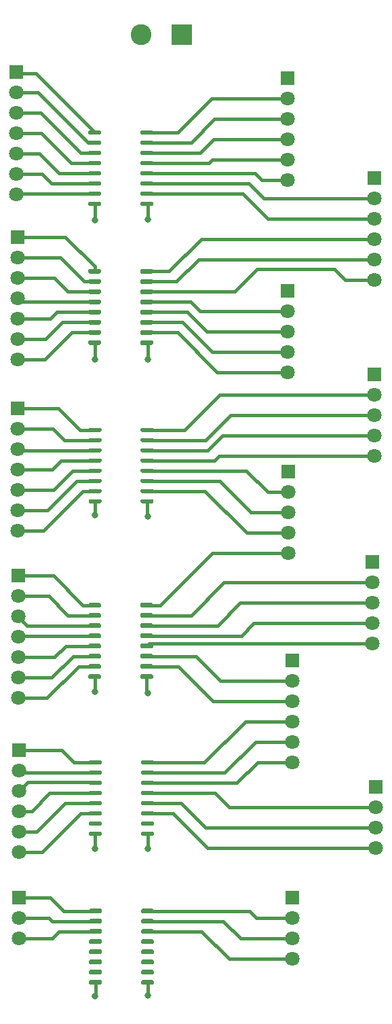
<source format=gtl>
%TF.GenerationSoftware,KiCad,Pcbnew,(5.1.10-1-10_14)*%
%TF.CreationDate,2022-05-17T16:12:05+03:00*%
%TF.ProjectId,Logic_signal_amplifier,4c6f6769-635f-4736-9967-6e616c5f616d,rev?*%
%TF.SameCoordinates,Original*%
%TF.FileFunction,Copper,L1,Top*%
%TF.FilePolarity,Positive*%
%FSLAX46Y46*%
G04 Gerber Fmt 4.6, Leading zero omitted, Abs format (unit mm)*
G04 Created by KiCad (PCBNEW (5.1.10-1-10_14)) date 2022-05-17 16:12:05*
%MOMM*%
%LPD*%
G01*
G04 APERTURE LIST*
%TA.AperFunction,ComponentPad*%
%ADD10C,1.800000*%
%TD*%
%TA.AperFunction,ComponentPad*%
%ADD11R,1.800000X1.800000*%
%TD*%
%TA.AperFunction,ComponentPad*%
%ADD12C,2.600000*%
%TD*%
%TA.AperFunction,ComponentPad*%
%ADD13R,2.600000X2.600000*%
%TD*%
%TA.AperFunction,ViaPad*%
%ADD14C,0.800000*%
%TD*%
%TA.AperFunction,Conductor*%
%ADD15C,0.400000*%
%TD*%
G04 APERTURE END LIST*
%TO.P,U6,16*%
%TO.N,dac_relay*%
%TA.AperFunction,SMDPad,CuDef*%
G36*
G01*
X114450000Y-147792500D02*
X114450000Y-147517500D01*
G75*
G02*
X114587500Y-147380000I137500J0D01*
G01*
X115912500Y-147380000D01*
G75*
G02*
X116050000Y-147517500I0J-137500D01*
G01*
X116050000Y-147792500D01*
G75*
G02*
X115912500Y-147930000I-137500J0D01*
G01*
X114587500Y-147930000D01*
G75*
G02*
X114450000Y-147792500I0J137500D01*
G01*
G37*
%TD.AperFunction*%
%TO.P,U6,15*%
%TO.N,set_positive*%
%TA.AperFunction,SMDPad,CuDef*%
G36*
G01*
X114450000Y-149062500D02*
X114450000Y-148787500D01*
G75*
G02*
X114587500Y-148650000I137500J0D01*
G01*
X115912500Y-148650000D01*
G75*
G02*
X116050000Y-148787500I0J-137500D01*
G01*
X116050000Y-149062500D01*
G75*
G02*
X115912500Y-149200000I-137500J0D01*
G01*
X114587500Y-149200000D01*
G75*
G02*
X114450000Y-149062500I0J137500D01*
G01*
G37*
%TD.AperFunction*%
%TO.P,U6,14*%
%TO.N,set_negativ*%
%TA.AperFunction,SMDPad,CuDef*%
G36*
G01*
X114450000Y-150332500D02*
X114450000Y-150057500D01*
G75*
G02*
X114587500Y-149920000I137500J0D01*
G01*
X115912500Y-149920000D01*
G75*
G02*
X116050000Y-150057500I0J-137500D01*
G01*
X116050000Y-150332500D01*
G75*
G02*
X115912500Y-150470000I-137500J0D01*
G01*
X114587500Y-150470000D01*
G75*
G02*
X114450000Y-150332500I0J137500D01*
G01*
G37*
%TD.AperFunction*%
%TO.P,U6,13*%
%TO.N,N/C*%
%TA.AperFunction,SMDPad,CuDef*%
G36*
G01*
X114450000Y-151602500D02*
X114450000Y-151327500D01*
G75*
G02*
X114587500Y-151190000I137500J0D01*
G01*
X115912500Y-151190000D01*
G75*
G02*
X116050000Y-151327500I0J-137500D01*
G01*
X116050000Y-151602500D01*
G75*
G02*
X115912500Y-151740000I-137500J0D01*
G01*
X114587500Y-151740000D01*
G75*
G02*
X114450000Y-151602500I0J137500D01*
G01*
G37*
%TD.AperFunction*%
%TO.P,U6,12*%
%TA.AperFunction,SMDPad,CuDef*%
G36*
G01*
X114450000Y-152872500D02*
X114450000Y-152597500D01*
G75*
G02*
X114587500Y-152460000I137500J0D01*
G01*
X115912500Y-152460000D01*
G75*
G02*
X116050000Y-152597500I0J-137500D01*
G01*
X116050000Y-152872500D01*
G75*
G02*
X115912500Y-153010000I-137500J0D01*
G01*
X114587500Y-153010000D01*
G75*
G02*
X114450000Y-152872500I0J137500D01*
G01*
G37*
%TD.AperFunction*%
%TO.P,U6,11*%
%TA.AperFunction,SMDPad,CuDef*%
G36*
G01*
X114450000Y-154142500D02*
X114450000Y-153867500D01*
G75*
G02*
X114587500Y-153730000I137500J0D01*
G01*
X115912500Y-153730000D01*
G75*
G02*
X116050000Y-153867500I0J-137500D01*
G01*
X116050000Y-154142500D01*
G75*
G02*
X115912500Y-154280000I-137500J0D01*
G01*
X114587500Y-154280000D01*
G75*
G02*
X114450000Y-154142500I0J137500D01*
G01*
G37*
%TD.AperFunction*%
%TO.P,U6,10*%
%TA.AperFunction,SMDPad,CuDef*%
G36*
G01*
X114450000Y-155412500D02*
X114450000Y-155137500D01*
G75*
G02*
X114587500Y-155000000I137500J0D01*
G01*
X115912500Y-155000000D01*
G75*
G02*
X116050000Y-155137500I0J-137500D01*
G01*
X116050000Y-155412500D01*
G75*
G02*
X115912500Y-155550000I-137500J0D01*
G01*
X114587500Y-155550000D01*
G75*
G02*
X114450000Y-155412500I0J137500D01*
G01*
G37*
%TD.AperFunction*%
%TO.P,U6,9*%
%TO.N,+5V*%
%TA.AperFunction,SMDPad,CuDef*%
G36*
G01*
X114450000Y-156682500D02*
X114450000Y-156407500D01*
G75*
G02*
X114587500Y-156270000I137500J0D01*
G01*
X115912500Y-156270000D01*
G75*
G02*
X116050000Y-156407500I0J-137500D01*
G01*
X116050000Y-156682500D01*
G75*
G02*
X115912500Y-156820000I-137500J0D01*
G01*
X114587500Y-156820000D01*
G75*
G02*
X114450000Y-156682500I0J137500D01*
G01*
G37*
%TD.AperFunction*%
%TO.P,U6,8*%
%TO.N,GND*%
%TA.AperFunction,SMDPad,CuDef*%
G36*
G01*
X107950000Y-156682500D02*
X107950000Y-156407500D01*
G75*
G02*
X108087500Y-156270000I137500J0D01*
G01*
X109412500Y-156270000D01*
G75*
G02*
X109550000Y-156407500I0J-137500D01*
G01*
X109550000Y-156682500D01*
G75*
G02*
X109412500Y-156820000I-137500J0D01*
G01*
X108087500Y-156820000D01*
G75*
G02*
X107950000Y-156682500I0J137500D01*
G01*
G37*
%TD.AperFunction*%
%TO.P,U6,7*%
%TO.N,N/C*%
%TA.AperFunction,SMDPad,CuDef*%
G36*
G01*
X107950000Y-155412500D02*
X107950000Y-155137500D01*
G75*
G02*
X108087500Y-155000000I137500J0D01*
G01*
X109412500Y-155000000D01*
G75*
G02*
X109550000Y-155137500I0J-137500D01*
G01*
X109550000Y-155412500D01*
G75*
G02*
X109412500Y-155550000I-137500J0D01*
G01*
X108087500Y-155550000D01*
G75*
G02*
X107950000Y-155412500I0J137500D01*
G01*
G37*
%TD.AperFunction*%
%TO.P,U6,6*%
%TA.AperFunction,SMDPad,CuDef*%
G36*
G01*
X107950000Y-154142500D02*
X107950000Y-153867500D01*
G75*
G02*
X108087500Y-153730000I137500J0D01*
G01*
X109412500Y-153730000D01*
G75*
G02*
X109550000Y-153867500I0J-137500D01*
G01*
X109550000Y-154142500D01*
G75*
G02*
X109412500Y-154280000I-137500J0D01*
G01*
X108087500Y-154280000D01*
G75*
G02*
X107950000Y-154142500I0J137500D01*
G01*
G37*
%TD.AperFunction*%
%TO.P,U6,5*%
%TA.AperFunction,SMDPad,CuDef*%
G36*
G01*
X107950000Y-152872500D02*
X107950000Y-152597500D01*
G75*
G02*
X108087500Y-152460000I137500J0D01*
G01*
X109412500Y-152460000D01*
G75*
G02*
X109550000Y-152597500I0J-137500D01*
G01*
X109550000Y-152872500D01*
G75*
G02*
X109412500Y-153010000I-137500J0D01*
G01*
X108087500Y-153010000D01*
G75*
G02*
X107950000Y-152872500I0J137500D01*
G01*
G37*
%TD.AperFunction*%
%TO.P,U6,4*%
%TA.AperFunction,SMDPad,CuDef*%
G36*
G01*
X107950000Y-151602500D02*
X107950000Y-151327500D01*
G75*
G02*
X108087500Y-151190000I137500J0D01*
G01*
X109412500Y-151190000D01*
G75*
G02*
X109550000Y-151327500I0J-137500D01*
G01*
X109550000Y-151602500D01*
G75*
G02*
X109412500Y-151740000I-137500J0D01*
G01*
X108087500Y-151740000D01*
G75*
G02*
X107950000Y-151602500I0J137500D01*
G01*
G37*
%TD.AperFunction*%
%TO.P,U6,3*%
%TO.N,Net-(J6-Pad3)*%
%TA.AperFunction,SMDPad,CuDef*%
G36*
G01*
X107950000Y-150332500D02*
X107950000Y-150057500D01*
G75*
G02*
X108087500Y-149920000I137500J0D01*
G01*
X109412500Y-149920000D01*
G75*
G02*
X109550000Y-150057500I0J-137500D01*
G01*
X109550000Y-150332500D01*
G75*
G02*
X109412500Y-150470000I-137500J0D01*
G01*
X108087500Y-150470000D01*
G75*
G02*
X107950000Y-150332500I0J137500D01*
G01*
G37*
%TD.AperFunction*%
%TO.P,U6,2*%
%TO.N,Net-(J6-Pad2)*%
%TA.AperFunction,SMDPad,CuDef*%
G36*
G01*
X107950000Y-149062500D02*
X107950000Y-148787500D01*
G75*
G02*
X108087500Y-148650000I137500J0D01*
G01*
X109412500Y-148650000D01*
G75*
G02*
X109550000Y-148787500I0J-137500D01*
G01*
X109550000Y-149062500D01*
G75*
G02*
X109412500Y-149200000I-137500J0D01*
G01*
X108087500Y-149200000D01*
G75*
G02*
X107950000Y-149062500I0J137500D01*
G01*
G37*
%TD.AperFunction*%
%TO.P,U6,1*%
%TO.N,Net-(J6-Pad1)*%
%TA.AperFunction,SMDPad,CuDef*%
G36*
G01*
X107950000Y-147792500D02*
X107950000Y-147517500D01*
G75*
G02*
X108087500Y-147380000I137500J0D01*
G01*
X109412500Y-147380000D01*
G75*
G02*
X109550000Y-147517500I0J-137500D01*
G01*
X109550000Y-147792500D01*
G75*
G02*
X109412500Y-147930000I-137500J0D01*
G01*
X108087500Y-147930000D01*
G75*
G02*
X107950000Y-147792500I0J137500D01*
G01*
G37*
%TD.AperFunction*%
%TD*%
D10*
%TO.P,J16,4*%
%TO.N,set_negativ*%
X133300000Y-153620000D03*
%TO.P,J16,2*%
%TO.N,dac_relay*%
X133300000Y-148540000D03*
D11*
%TO.P,J16,1*%
%TO.N,+5V*%
X133300000Y-146000000D03*
D10*
%TO.P,J16,3*%
%TO.N,set_positive*%
X133300000Y-151080000D03*
%TD*%
%TO.P,J6,2*%
%TO.N,Net-(J6-Pad2)*%
X99200000Y-148540000D03*
%TO.P,J6,3*%
%TO.N,Net-(J6-Pad3)*%
X99200000Y-151080000D03*
D11*
%TO.P,J6,1*%
%TO.N,Net-(J6-Pad1)*%
X99200000Y-146000000D03*
%TD*%
%TO.P,U5,16*%
%TO.N,7_br3*%
%TA.AperFunction,SMDPad,CuDef*%
G36*
G01*
X114450000Y-129292500D02*
X114450000Y-129017500D01*
G75*
G02*
X114587500Y-128880000I137500J0D01*
G01*
X115912500Y-128880000D01*
G75*
G02*
X116050000Y-129017500I0J-137500D01*
G01*
X116050000Y-129292500D01*
G75*
G02*
X115912500Y-129430000I-137500J0D01*
G01*
X114587500Y-129430000D01*
G75*
G02*
X114450000Y-129292500I0J137500D01*
G01*
G37*
%TD.AperFunction*%
%TO.P,U5,15*%
%TO.N,7_br4*%
%TA.AperFunction,SMDPad,CuDef*%
G36*
G01*
X114450000Y-130562500D02*
X114450000Y-130287500D01*
G75*
G02*
X114587500Y-130150000I137500J0D01*
G01*
X115912500Y-130150000D01*
G75*
G02*
X116050000Y-130287500I0J-137500D01*
G01*
X116050000Y-130562500D01*
G75*
G02*
X115912500Y-130700000I-137500J0D01*
G01*
X114587500Y-130700000D01*
G75*
G02*
X114450000Y-130562500I0J137500D01*
G01*
G37*
%TD.AperFunction*%
%TO.P,U5,14*%
%TO.N,7_br5*%
%TA.AperFunction,SMDPad,CuDef*%
G36*
G01*
X114450000Y-131832500D02*
X114450000Y-131557500D01*
G75*
G02*
X114587500Y-131420000I137500J0D01*
G01*
X115912500Y-131420000D01*
G75*
G02*
X116050000Y-131557500I0J-137500D01*
G01*
X116050000Y-131832500D01*
G75*
G02*
X115912500Y-131970000I-137500J0D01*
G01*
X114587500Y-131970000D01*
G75*
G02*
X114450000Y-131832500I0J137500D01*
G01*
G37*
%TD.AperFunction*%
%TO.P,U5,13*%
%TO.N,8_cbvm1*%
%TA.AperFunction,SMDPad,CuDef*%
G36*
G01*
X114450000Y-133102500D02*
X114450000Y-132827500D01*
G75*
G02*
X114587500Y-132690000I137500J0D01*
G01*
X115912500Y-132690000D01*
G75*
G02*
X116050000Y-132827500I0J-137500D01*
G01*
X116050000Y-133102500D01*
G75*
G02*
X115912500Y-133240000I-137500J0D01*
G01*
X114587500Y-133240000D01*
G75*
G02*
X114450000Y-133102500I0J137500D01*
G01*
G37*
%TD.AperFunction*%
%TO.P,U5,12*%
%TO.N,8_cbvm2*%
%TA.AperFunction,SMDPad,CuDef*%
G36*
G01*
X114450000Y-134372500D02*
X114450000Y-134097500D01*
G75*
G02*
X114587500Y-133960000I137500J0D01*
G01*
X115912500Y-133960000D01*
G75*
G02*
X116050000Y-134097500I0J-137500D01*
G01*
X116050000Y-134372500D01*
G75*
G02*
X115912500Y-134510000I-137500J0D01*
G01*
X114587500Y-134510000D01*
G75*
G02*
X114450000Y-134372500I0J137500D01*
G01*
G37*
%TD.AperFunction*%
%TO.P,U5,11*%
%TO.N,8_cbvm3*%
%TA.AperFunction,SMDPad,CuDef*%
G36*
G01*
X114450000Y-135642500D02*
X114450000Y-135367500D01*
G75*
G02*
X114587500Y-135230000I137500J0D01*
G01*
X115912500Y-135230000D01*
G75*
G02*
X116050000Y-135367500I0J-137500D01*
G01*
X116050000Y-135642500D01*
G75*
G02*
X115912500Y-135780000I-137500J0D01*
G01*
X114587500Y-135780000D01*
G75*
G02*
X114450000Y-135642500I0J137500D01*
G01*
G37*
%TD.AperFunction*%
%TO.P,U5,10*%
%TO.N,N/C*%
%TA.AperFunction,SMDPad,CuDef*%
G36*
G01*
X114450000Y-136912500D02*
X114450000Y-136637500D01*
G75*
G02*
X114587500Y-136500000I137500J0D01*
G01*
X115912500Y-136500000D01*
G75*
G02*
X116050000Y-136637500I0J-137500D01*
G01*
X116050000Y-136912500D01*
G75*
G02*
X115912500Y-137050000I-137500J0D01*
G01*
X114587500Y-137050000D01*
G75*
G02*
X114450000Y-136912500I0J137500D01*
G01*
G37*
%TD.AperFunction*%
%TO.P,U5,9*%
%TO.N,+5V*%
%TA.AperFunction,SMDPad,CuDef*%
G36*
G01*
X114450000Y-138182500D02*
X114450000Y-137907500D01*
G75*
G02*
X114587500Y-137770000I137500J0D01*
G01*
X115912500Y-137770000D01*
G75*
G02*
X116050000Y-137907500I0J-137500D01*
G01*
X116050000Y-138182500D01*
G75*
G02*
X115912500Y-138320000I-137500J0D01*
G01*
X114587500Y-138320000D01*
G75*
G02*
X114450000Y-138182500I0J137500D01*
G01*
G37*
%TD.AperFunction*%
%TO.P,U5,8*%
%TO.N,GND*%
%TA.AperFunction,SMDPad,CuDef*%
G36*
G01*
X107950000Y-138182500D02*
X107950000Y-137907500D01*
G75*
G02*
X108087500Y-137770000I137500J0D01*
G01*
X109412500Y-137770000D01*
G75*
G02*
X109550000Y-137907500I0J-137500D01*
G01*
X109550000Y-138182500D01*
G75*
G02*
X109412500Y-138320000I-137500J0D01*
G01*
X108087500Y-138320000D01*
G75*
G02*
X107950000Y-138182500I0J137500D01*
G01*
G37*
%TD.AperFunction*%
%TO.P,U5,7*%
%TO.N,N/C*%
%TA.AperFunction,SMDPad,CuDef*%
G36*
G01*
X107950000Y-136912500D02*
X107950000Y-136637500D01*
G75*
G02*
X108087500Y-136500000I137500J0D01*
G01*
X109412500Y-136500000D01*
G75*
G02*
X109550000Y-136637500I0J-137500D01*
G01*
X109550000Y-136912500D01*
G75*
G02*
X109412500Y-137050000I-137500J0D01*
G01*
X108087500Y-137050000D01*
G75*
G02*
X107950000Y-136912500I0J137500D01*
G01*
G37*
%TD.AperFunction*%
%TO.P,U5,6*%
%TO.N,Net-(J5-Pad6)*%
%TA.AperFunction,SMDPad,CuDef*%
G36*
G01*
X107950000Y-135642500D02*
X107950000Y-135367500D01*
G75*
G02*
X108087500Y-135230000I137500J0D01*
G01*
X109412500Y-135230000D01*
G75*
G02*
X109550000Y-135367500I0J-137500D01*
G01*
X109550000Y-135642500D01*
G75*
G02*
X109412500Y-135780000I-137500J0D01*
G01*
X108087500Y-135780000D01*
G75*
G02*
X107950000Y-135642500I0J137500D01*
G01*
G37*
%TD.AperFunction*%
%TO.P,U5,5*%
%TO.N,Net-(J5-Pad5)*%
%TA.AperFunction,SMDPad,CuDef*%
G36*
G01*
X107950000Y-134372500D02*
X107950000Y-134097500D01*
G75*
G02*
X108087500Y-133960000I137500J0D01*
G01*
X109412500Y-133960000D01*
G75*
G02*
X109550000Y-134097500I0J-137500D01*
G01*
X109550000Y-134372500D01*
G75*
G02*
X109412500Y-134510000I-137500J0D01*
G01*
X108087500Y-134510000D01*
G75*
G02*
X107950000Y-134372500I0J137500D01*
G01*
G37*
%TD.AperFunction*%
%TO.P,U5,4*%
%TO.N,Net-(J5-Pad4)*%
%TA.AperFunction,SMDPad,CuDef*%
G36*
G01*
X107950000Y-133102500D02*
X107950000Y-132827500D01*
G75*
G02*
X108087500Y-132690000I137500J0D01*
G01*
X109412500Y-132690000D01*
G75*
G02*
X109550000Y-132827500I0J-137500D01*
G01*
X109550000Y-133102500D01*
G75*
G02*
X109412500Y-133240000I-137500J0D01*
G01*
X108087500Y-133240000D01*
G75*
G02*
X107950000Y-133102500I0J137500D01*
G01*
G37*
%TD.AperFunction*%
%TO.P,U5,3*%
%TO.N,Net-(J5-Pad3)*%
%TA.AperFunction,SMDPad,CuDef*%
G36*
G01*
X107950000Y-131832500D02*
X107950000Y-131557500D01*
G75*
G02*
X108087500Y-131420000I137500J0D01*
G01*
X109412500Y-131420000D01*
G75*
G02*
X109550000Y-131557500I0J-137500D01*
G01*
X109550000Y-131832500D01*
G75*
G02*
X109412500Y-131970000I-137500J0D01*
G01*
X108087500Y-131970000D01*
G75*
G02*
X107950000Y-131832500I0J137500D01*
G01*
G37*
%TD.AperFunction*%
%TO.P,U5,2*%
%TO.N,Net-(J5-Pad2)*%
%TA.AperFunction,SMDPad,CuDef*%
G36*
G01*
X107950000Y-130562500D02*
X107950000Y-130287500D01*
G75*
G02*
X108087500Y-130150000I137500J0D01*
G01*
X109412500Y-130150000D01*
G75*
G02*
X109550000Y-130287500I0J-137500D01*
G01*
X109550000Y-130562500D01*
G75*
G02*
X109412500Y-130700000I-137500J0D01*
G01*
X108087500Y-130700000D01*
G75*
G02*
X107950000Y-130562500I0J137500D01*
G01*
G37*
%TD.AperFunction*%
%TO.P,U5,1*%
%TO.N,Net-(J5-Pad1)*%
%TA.AperFunction,SMDPad,CuDef*%
G36*
G01*
X107950000Y-129292500D02*
X107950000Y-129017500D01*
G75*
G02*
X108087500Y-128880000I137500J0D01*
G01*
X109412500Y-128880000D01*
G75*
G02*
X109550000Y-129017500I0J-137500D01*
G01*
X109550000Y-129292500D01*
G75*
G02*
X109412500Y-129430000I-137500J0D01*
G01*
X108087500Y-129430000D01*
G75*
G02*
X107950000Y-129292500I0J137500D01*
G01*
G37*
%TD.AperFunction*%
%TD*%
%TO.P,U4,16*%
%TO.N,5_bcm4*%
%TA.AperFunction,SMDPad,CuDef*%
G36*
G01*
X114350000Y-109692500D02*
X114350000Y-109417500D01*
G75*
G02*
X114487500Y-109280000I137500J0D01*
G01*
X115812500Y-109280000D01*
G75*
G02*
X115950000Y-109417500I0J-137500D01*
G01*
X115950000Y-109692500D01*
G75*
G02*
X115812500Y-109830000I-137500J0D01*
G01*
X114487500Y-109830000D01*
G75*
G02*
X114350000Y-109692500I0J137500D01*
G01*
G37*
%TD.AperFunction*%
%TO.P,U4,15*%
%TO.N,6_bvs1*%
%TA.AperFunction,SMDPad,CuDef*%
G36*
G01*
X114350000Y-110962500D02*
X114350000Y-110687500D01*
G75*
G02*
X114487500Y-110550000I137500J0D01*
G01*
X115812500Y-110550000D01*
G75*
G02*
X115950000Y-110687500I0J-137500D01*
G01*
X115950000Y-110962500D01*
G75*
G02*
X115812500Y-111100000I-137500J0D01*
G01*
X114487500Y-111100000D01*
G75*
G02*
X114350000Y-110962500I0J137500D01*
G01*
G37*
%TD.AperFunction*%
%TO.P,U4,14*%
%TO.N,6_bvs2*%
%TA.AperFunction,SMDPad,CuDef*%
G36*
G01*
X114350000Y-112232500D02*
X114350000Y-111957500D01*
G75*
G02*
X114487500Y-111820000I137500J0D01*
G01*
X115812500Y-111820000D01*
G75*
G02*
X115950000Y-111957500I0J-137500D01*
G01*
X115950000Y-112232500D01*
G75*
G02*
X115812500Y-112370000I-137500J0D01*
G01*
X114487500Y-112370000D01*
G75*
G02*
X114350000Y-112232500I0J137500D01*
G01*
G37*
%TD.AperFunction*%
%TO.P,U4,13*%
%TO.N,6_bvs3*%
%TA.AperFunction,SMDPad,CuDef*%
G36*
G01*
X114350000Y-113502500D02*
X114350000Y-113227500D01*
G75*
G02*
X114487500Y-113090000I137500J0D01*
G01*
X115812500Y-113090000D01*
G75*
G02*
X115950000Y-113227500I0J-137500D01*
G01*
X115950000Y-113502500D01*
G75*
G02*
X115812500Y-113640000I-137500J0D01*
G01*
X114487500Y-113640000D01*
G75*
G02*
X114350000Y-113502500I0J137500D01*
G01*
G37*
%TD.AperFunction*%
%TO.P,U4,12*%
%TO.N,6_bvs4*%
%TA.AperFunction,SMDPad,CuDef*%
G36*
G01*
X114350000Y-114772500D02*
X114350000Y-114497500D01*
G75*
G02*
X114487500Y-114360000I137500J0D01*
G01*
X115812500Y-114360000D01*
G75*
G02*
X115950000Y-114497500I0J-137500D01*
G01*
X115950000Y-114772500D01*
G75*
G02*
X115812500Y-114910000I-137500J0D01*
G01*
X114487500Y-114910000D01*
G75*
G02*
X114350000Y-114772500I0J137500D01*
G01*
G37*
%TD.AperFunction*%
%TO.P,U4,11*%
%TO.N,7_br1*%
%TA.AperFunction,SMDPad,CuDef*%
G36*
G01*
X114350000Y-116042500D02*
X114350000Y-115767500D01*
G75*
G02*
X114487500Y-115630000I137500J0D01*
G01*
X115812500Y-115630000D01*
G75*
G02*
X115950000Y-115767500I0J-137500D01*
G01*
X115950000Y-116042500D01*
G75*
G02*
X115812500Y-116180000I-137500J0D01*
G01*
X114487500Y-116180000D01*
G75*
G02*
X114350000Y-116042500I0J137500D01*
G01*
G37*
%TD.AperFunction*%
%TO.P,U4,10*%
%TO.N,7_br2*%
%TA.AperFunction,SMDPad,CuDef*%
G36*
G01*
X114350000Y-117312500D02*
X114350000Y-117037500D01*
G75*
G02*
X114487500Y-116900000I137500J0D01*
G01*
X115812500Y-116900000D01*
G75*
G02*
X115950000Y-117037500I0J-137500D01*
G01*
X115950000Y-117312500D01*
G75*
G02*
X115812500Y-117450000I-137500J0D01*
G01*
X114487500Y-117450000D01*
G75*
G02*
X114350000Y-117312500I0J137500D01*
G01*
G37*
%TD.AperFunction*%
%TO.P,U4,9*%
%TO.N,+5V*%
%TA.AperFunction,SMDPad,CuDef*%
G36*
G01*
X114350000Y-118582500D02*
X114350000Y-118307500D01*
G75*
G02*
X114487500Y-118170000I137500J0D01*
G01*
X115812500Y-118170000D01*
G75*
G02*
X115950000Y-118307500I0J-137500D01*
G01*
X115950000Y-118582500D01*
G75*
G02*
X115812500Y-118720000I-137500J0D01*
G01*
X114487500Y-118720000D01*
G75*
G02*
X114350000Y-118582500I0J137500D01*
G01*
G37*
%TD.AperFunction*%
%TO.P,U4,8*%
%TO.N,GND*%
%TA.AperFunction,SMDPad,CuDef*%
G36*
G01*
X107850000Y-118582500D02*
X107850000Y-118307500D01*
G75*
G02*
X107987500Y-118170000I137500J0D01*
G01*
X109312500Y-118170000D01*
G75*
G02*
X109450000Y-118307500I0J-137500D01*
G01*
X109450000Y-118582500D01*
G75*
G02*
X109312500Y-118720000I-137500J0D01*
G01*
X107987500Y-118720000D01*
G75*
G02*
X107850000Y-118582500I0J137500D01*
G01*
G37*
%TD.AperFunction*%
%TO.P,U4,7*%
%TO.N,Net-(J4-Pad7)*%
%TA.AperFunction,SMDPad,CuDef*%
G36*
G01*
X107850000Y-117312500D02*
X107850000Y-117037500D01*
G75*
G02*
X107987500Y-116900000I137500J0D01*
G01*
X109312500Y-116900000D01*
G75*
G02*
X109450000Y-117037500I0J-137500D01*
G01*
X109450000Y-117312500D01*
G75*
G02*
X109312500Y-117450000I-137500J0D01*
G01*
X107987500Y-117450000D01*
G75*
G02*
X107850000Y-117312500I0J137500D01*
G01*
G37*
%TD.AperFunction*%
%TO.P,U4,6*%
%TO.N,Net-(J4-Pad6)*%
%TA.AperFunction,SMDPad,CuDef*%
G36*
G01*
X107850000Y-116042500D02*
X107850000Y-115767500D01*
G75*
G02*
X107987500Y-115630000I137500J0D01*
G01*
X109312500Y-115630000D01*
G75*
G02*
X109450000Y-115767500I0J-137500D01*
G01*
X109450000Y-116042500D01*
G75*
G02*
X109312500Y-116180000I-137500J0D01*
G01*
X107987500Y-116180000D01*
G75*
G02*
X107850000Y-116042500I0J137500D01*
G01*
G37*
%TD.AperFunction*%
%TO.P,U4,5*%
%TO.N,Net-(J4-Pad5)*%
%TA.AperFunction,SMDPad,CuDef*%
G36*
G01*
X107850000Y-114772500D02*
X107850000Y-114497500D01*
G75*
G02*
X107987500Y-114360000I137500J0D01*
G01*
X109312500Y-114360000D01*
G75*
G02*
X109450000Y-114497500I0J-137500D01*
G01*
X109450000Y-114772500D01*
G75*
G02*
X109312500Y-114910000I-137500J0D01*
G01*
X107987500Y-114910000D01*
G75*
G02*
X107850000Y-114772500I0J137500D01*
G01*
G37*
%TD.AperFunction*%
%TO.P,U4,4*%
%TO.N,Net-(J4-Pad4)*%
%TA.AperFunction,SMDPad,CuDef*%
G36*
G01*
X107850000Y-113502500D02*
X107850000Y-113227500D01*
G75*
G02*
X107987500Y-113090000I137500J0D01*
G01*
X109312500Y-113090000D01*
G75*
G02*
X109450000Y-113227500I0J-137500D01*
G01*
X109450000Y-113502500D01*
G75*
G02*
X109312500Y-113640000I-137500J0D01*
G01*
X107987500Y-113640000D01*
G75*
G02*
X107850000Y-113502500I0J137500D01*
G01*
G37*
%TD.AperFunction*%
%TO.P,U4,3*%
%TO.N,Net-(J4-Pad3)*%
%TA.AperFunction,SMDPad,CuDef*%
G36*
G01*
X107850000Y-112232500D02*
X107850000Y-111957500D01*
G75*
G02*
X107987500Y-111820000I137500J0D01*
G01*
X109312500Y-111820000D01*
G75*
G02*
X109450000Y-111957500I0J-137500D01*
G01*
X109450000Y-112232500D01*
G75*
G02*
X109312500Y-112370000I-137500J0D01*
G01*
X107987500Y-112370000D01*
G75*
G02*
X107850000Y-112232500I0J137500D01*
G01*
G37*
%TD.AperFunction*%
%TO.P,U4,2*%
%TO.N,Net-(J4-Pad2)*%
%TA.AperFunction,SMDPad,CuDef*%
G36*
G01*
X107850000Y-110962500D02*
X107850000Y-110687500D01*
G75*
G02*
X107987500Y-110550000I137500J0D01*
G01*
X109312500Y-110550000D01*
G75*
G02*
X109450000Y-110687500I0J-137500D01*
G01*
X109450000Y-110962500D01*
G75*
G02*
X109312500Y-111100000I-137500J0D01*
G01*
X107987500Y-111100000D01*
G75*
G02*
X107850000Y-110962500I0J137500D01*
G01*
G37*
%TD.AperFunction*%
%TO.P,U4,1*%
%TO.N,Net-(J4-Pad1)*%
%TA.AperFunction,SMDPad,CuDef*%
G36*
G01*
X107850000Y-109692500D02*
X107850000Y-109417500D01*
G75*
G02*
X107987500Y-109280000I137500J0D01*
G01*
X109312500Y-109280000D01*
G75*
G02*
X109450000Y-109417500I0J-137500D01*
G01*
X109450000Y-109692500D01*
G75*
G02*
X109312500Y-109830000I-137500J0D01*
G01*
X107987500Y-109830000D01*
G75*
G02*
X107850000Y-109692500I0J137500D01*
G01*
G37*
%TD.AperFunction*%
%TD*%
%TO.P,U3,16*%
%TO.N,4_ecm1*%
%TA.AperFunction,SMDPad,CuDef*%
G36*
G01*
X114400000Y-87857500D02*
X114400000Y-87582500D01*
G75*
G02*
X114537500Y-87445000I137500J0D01*
G01*
X115862500Y-87445000D01*
G75*
G02*
X116000000Y-87582500I0J-137500D01*
G01*
X116000000Y-87857500D01*
G75*
G02*
X115862500Y-87995000I-137500J0D01*
G01*
X114537500Y-87995000D01*
G75*
G02*
X114400000Y-87857500I0J137500D01*
G01*
G37*
%TD.AperFunction*%
%TO.P,U3,15*%
%TO.N,4_ecm2*%
%TA.AperFunction,SMDPad,CuDef*%
G36*
G01*
X114400000Y-89127500D02*
X114400000Y-88852500D01*
G75*
G02*
X114537500Y-88715000I137500J0D01*
G01*
X115862500Y-88715000D01*
G75*
G02*
X116000000Y-88852500I0J-137500D01*
G01*
X116000000Y-89127500D01*
G75*
G02*
X115862500Y-89265000I-137500J0D01*
G01*
X114537500Y-89265000D01*
G75*
G02*
X114400000Y-89127500I0J137500D01*
G01*
G37*
%TD.AperFunction*%
%TO.P,U3,14*%
%TO.N,4_rp1*%
%TA.AperFunction,SMDPad,CuDef*%
G36*
G01*
X114400000Y-90397500D02*
X114400000Y-90122500D01*
G75*
G02*
X114537500Y-89985000I137500J0D01*
G01*
X115862500Y-89985000D01*
G75*
G02*
X116000000Y-90122500I0J-137500D01*
G01*
X116000000Y-90397500D01*
G75*
G02*
X115862500Y-90535000I-137500J0D01*
G01*
X114537500Y-90535000D01*
G75*
G02*
X114400000Y-90397500I0J137500D01*
G01*
G37*
%TD.AperFunction*%
%TO.P,U3,13*%
%TO.N,4_rp2*%
%TA.AperFunction,SMDPad,CuDef*%
G36*
G01*
X114400000Y-91667500D02*
X114400000Y-91392500D01*
G75*
G02*
X114537500Y-91255000I137500J0D01*
G01*
X115862500Y-91255000D01*
G75*
G02*
X116000000Y-91392500I0J-137500D01*
G01*
X116000000Y-91667500D01*
G75*
G02*
X115862500Y-91805000I-137500J0D01*
G01*
X114537500Y-91805000D01*
G75*
G02*
X114400000Y-91667500I0J137500D01*
G01*
G37*
%TD.AperFunction*%
%TO.P,U3,12*%
%TO.N,5_bcm1*%
%TA.AperFunction,SMDPad,CuDef*%
G36*
G01*
X114400000Y-92937500D02*
X114400000Y-92662500D01*
G75*
G02*
X114537500Y-92525000I137500J0D01*
G01*
X115862500Y-92525000D01*
G75*
G02*
X116000000Y-92662500I0J-137500D01*
G01*
X116000000Y-92937500D01*
G75*
G02*
X115862500Y-93075000I-137500J0D01*
G01*
X114537500Y-93075000D01*
G75*
G02*
X114400000Y-92937500I0J137500D01*
G01*
G37*
%TD.AperFunction*%
%TO.P,U3,11*%
%TO.N,5_bcm2*%
%TA.AperFunction,SMDPad,CuDef*%
G36*
G01*
X114400000Y-94207500D02*
X114400000Y-93932500D01*
G75*
G02*
X114537500Y-93795000I137500J0D01*
G01*
X115862500Y-93795000D01*
G75*
G02*
X116000000Y-93932500I0J-137500D01*
G01*
X116000000Y-94207500D01*
G75*
G02*
X115862500Y-94345000I-137500J0D01*
G01*
X114537500Y-94345000D01*
G75*
G02*
X114400000Y-94207500I0J137500D01*
G01*
G37*
%TD.AperFunction*%
%TO.P,U3,10*%
%TO.N,5_bcm3*%
%TA.AperFunction,SMDPad,CuDef*%
G36*
G01*
X114400000Y-95477500D02*
X114400000Y-95202500D01*
G75*
G02*
X114537500Y-95065000I137500J0D01*
G01*
X115862500Y-95065000D01*
G75*
G02*
X116000000Y-95202500I0J-137500D01*
G01*
X116000000Y-95477500D01*
G75*
G02*
X115862500Y-95615000I-137500J0D01*
G01*
X114537500Y-95615000D01*
G75*
G02*
X114400000Y-95477500I0J137500D01*
G01*
G37*
%TD.AperFunction*%
%TO.P,U3,9*%
%TO.N,+5V*%
%TA.AperFunction,SMDPad,CuDef*%
G36*
G01*
X114400000Y-96747500D02*
X114400000Y-96472500D01*
G75*
G02*
X114537500Y-96335000I137500J0D01*
G01*
X115862500Y-96335000D01*
G75*
G02*
X116000000Y-96472500I0J-137500D01*
G01*
X116000000Y-96747500D01*
G75*
G02*
X115862500Y-96885000I-137500J0D01*
G01*
X114537500Y-96885000D01*
G75*
G02*
X114400000Y-96747500I0J137500D01*
G01*
G37*
%TD.AperFunction*%
%TO.P,U3,8*%
%TO.N,GND*%
%TA.AperFunction,SMDPad,CuDef*%
G36*
G01*
X107900000Y-96747500D02*
X107900000Y-96472500D01*
G75*
G02*
X108037500Y-96335000I137500J0D01*
G01*
X109362500Y-96335000D01*
G75*
G02*
X109500000Y-96472500I0J-137500D01*
G01*
X109500000Y-96747500D01*
G75*
G02*
X109362500Y-96885000I-137500J0D01*
G01*
X108037500Y-96885000D01*
G75*
G02*
X107900000Y-96747500I0J137500D01*
G01*
G37*
%TD.AperFunction*%
%TO.P,U3,7*%
%TO.N,Net-(J3-Pad7)*%
%TA.AperFunction,SMDPad,CuDef*%
G36*
G01*
X107900000Y-95477500D02*
X107900000Y-95202500D01*
G75*
G02*
X108037500Y-95065000I137500J0D01*
G01*
X109362500Y-95065000D01*
G75*
G02*
X109500000Y-95202500I0J-137500D01*
G01*
X109500000Y-95477500D01*
G75*
G02*
X109362500Y-95615000I-137500J0D01*
G01*
X108037500Y-95615000D01*
G75*
G02*
X107900000Y-95477500I0J137500D01*
G01*
G37*
%TD.AperFunction*%
%TO.P,U3,6*%
%TO.N,Net-(J3-Pad6)*%
%TA.AperFunction,SMDPad,CuDef*%
G36*
G01*
X107900000Y-94207500D02*
X107900000Y-93932500D01*
G75*
G02*
X108037500Y-93795000I137500J0D01*
G01*
X109362500Y-93795000D01*
G75*
G02*
X109500000Y-93932500I0J-137500D01*
G01*
X109500000Y-94207500D01*
G75*
G02*
X109362500Y-94345000I-137500J0D01*
G01*
X108037500Y-94345000D01*
G75*
G02*
X107900000Y-94207500I0J137500D01*
G01*
G37*
%TD.AperFunction*%
%TO.P,U3,5*%
%TO.N,Net-(J3-Pad5)*%
%TA.AperFunction,SMDPad,CuDef*%
G36*
G01*
X107900000Y-92937500D02*
X107900000Y-92662500D01*
G75*
G02*
X108037500Y-92525000I137500J0D01*
G01*
X109362500Y-92525000D01*
G75*
G02*
X109500000Y-92662500I0J-137500D01*
G01*
X109500000Y-92937500D01*
G75*
G02*
X109362500Y-93075000I-137500J0D01*
G01*
X108037500Y-93075000D01*
G75*
G02*
X107900000Y-92937500I0J137500D01*
G01*
G37*
%TD.AperFunction*%
%TO.P,U3,4*%
%TO.N,Net-(J3-Pad4)*%
%TA.AperFunction,SMDPad,CuDef*%
G36*
G01*
X107900000Y-91667500D02*
X107900000Y-91392500D01*
G75*
G02*
X108037500Y-91255000I137500J0D01*
G01*
X109362500Y-91255000D01*
G75*
G02*
X109500000Y-91392500I0J-137500D01*
G01*
X109500000Y-91667500D01*
G75*
G02*
X109362500Y-91805000I-137500J0D01*
G01*
X108037500Y-91805000D01*
G75*
G02*
X107900000Y-91667500I0J137500D01*
G01*
G37*
%TD.AperFunction*%
%TO.P,U3,3*%
%TO.N,Net-(J3-Pad3)*%
%TA.AperFunction,SMDPad,CuDef*%
G36*
G01*
X107900000Y-90397500D02*
X107900000Y-90122500D01*
G75*
G02*
X108037500Y-89985000I137500J0D01*
G01*
X109362500Y-89985000D01*
G75*
G02*
X109500000Y-90122500I0J-137500D01*
G01*
X109500000Y-90397500D01*
G75*
G02*
X109362500Y-90535000I-137500J0D01*
G01*
X108037500Y-90535000D01*
G75*
G02*
X107900000Y-90397500I0J137500D01*
G01*
G37*
%TD.AperFunction*%
%TO.P,U3,2*%
%TO.N,Net-(J3-Pad2)*%
%TA.AperFunction,SMDPad,CuDef*%
G36*
G01*
X107900000Y-89127500D02*
X107900000Y-88852500D01*
G75*
G02*
X108037500Y-88715000I137500J0D01*
G01*
X109362500Y-88715000D01*
G75*
G02*
X109500000Y-88852500I0J-137500D01*
G01*
X109500000Y-89127500D01*
G75*
G02*
X109362500Y-89265000I-137500J0D01*
G01*
X108037500Y-89265000D01*
G75*
G02*
X107900000Y-89127500I0J137500D01*
G01*
G37*
%TD.AperFunction*%
%TO.P,U3,1*%
%TO.N,Net-(J3-Pad1)*%
%TA.AperFunction,SMDPad,CuDef*%
G36*
G01*
X107900000Y-87857500D02*
X107900000Y-87582500D01*
G75*
G02*
X108037500Y-87445000I137500J0D01*
G01*
X109362500Y-87445000D01*
G75*
G02*
X109500000Y-87582500I0J-137500D01*
G01*
X109500000Y-87857500D01*
G75*
G02*
X109362500Y-87995000I-137500J0D01*
G01*
X108037500Y-87995000D01*
G75*
G02*
X107900000Y-87857500I0J137500D01*
G01*
G37*
%TD.AperFunction*%
%TD*%
%TO.P,U2,16*%
%TO.N,2_bcs3*%
%TA.AperFunction,SMDPad,CuDef*%
G36*
G01*
X114350000Y-68092500D02*
X114350000Y-67817500D01*
G75*
G02*
X114487500Y-67680000I137500J0D01*
G01*
X115812500Y-67680000D01*
G75*
G02*
X115950000Y-67817500I0J-137500D01*
G01*
X115950000Y-68092500D01*
G75*
G02*
X115812500Y-68230000I-137500J0D01*
G01*
X114487500Y-68230000D01*
G75*
G02*
X114350000Y-68092500I0J137500D01*
G01*
G37*
%TD.AperFunction*%
%TO.P,U2,15*%
%TO.N,2_bcs4*%
%TA.AperFunction,SMDPad,CuDef*%
G36*
G01*
X114350000Y-69362500D02*
X114350000Y-69087500D01*
G75*
G02*
X114487500Y-68950000I137500J0D01*
G01*
X115812500Y-68950000D01*
G75*
G02*
X115950000Y-69087500I0J-137500D01*
G01*
X115950000Y-69362500D01*
G75*
G02*
X115812500Y-69500000I-137500J0D01*
G01*
X114487500Y-69500000D01*
G75*
G02*
X114350000Y-69362500I0J137500D01*
G01*
G37*
%TD.AperFunction*%
%TO.P,U2,14*%
%TO.N,2_bcs5*%
%TA.AperFunction,SMDPad,CuDef*%
G36*
G01*
X114350000Y-70632500D02*
X114350000Y-70357500D01*
G75*
G02*
X114487500Y-70220000I137500J0D01*
G01*
X115812500Y-70220000D01*
G75*
G02*
X115950000Y-70357500I0J-137500D01*
G01*
X115950000Y-70632500D01*
G75*
G02*
X115812500Y-70770000I-137500J0D01*
G01*
X114487500Y-70770000D01*
G75*
G02*
X114350000Y-70632500I0J137500D01*
G01*
G37*
%TD.AperFunction*%
%TO.P,U2,13*%
%TO.N,3_ccm1*%
%TA.AperFunction,SMDPad,CuDef*%
G36*
G01*
X114350000Y-71902500D02*
X114350000Y-71627500D01*
G75*
G02*
X114487500Y-71490000I137500J0D01*
G01*
X115812500Y-71490000D01*
G75*
G02*
X115950000Y-71627500I0J-137500D01*
G01*
X115950000Y-71902500D01*
G75*
G02*
X115812500Y-72040000I-137500J0D01*
G01*
X114487500Y-72040000D01*
G75*
G02*
X114350000Y-71902500I0J137500D01*
G01*
G37*
%TD.AperFunction*%
%TO.P,U2,12*%
%TO.N,3_ccm2*%
%TA.AperFunction,SMDPad,CuDef*%
G36*
G01*
X114350000Y-73172500D02*
X114350000Y-72897500D01*
G75*
G02*
X114487500Y-72760000I137500J0D01*
G01*
X115812500Y-72760000D01*
G75*
G02*
X115950000Y-72897500I0J-137500D01*
G01*
X115950000Y-73172500D01*
G75*
G02*
X115812500Y-73310000I-137500J0D01*
G01*
X114487500Y-73310000D01*
G75*
G02*
X114350000Y-73172500I0J137500D01*
G01*
G37*
%TD.AperFunction*%
%TO.P,U2,11*%
%TO.N,3_ccm3*%
%TA.AperFunction,SMDPad,CuDef*%
G36*
G01*
X114350000Y-74442500D02*
X114350000Y-74167500D01*
G75*
G02*
X114487500Y-74030000I137500J0D01*
G01*
X115812500Y-74030000D01*
G75*
G02*
X115950000Y-74167500I0J-137500D01*
G01*
X115950000Y-74442500D01*
G75*
G02*
X115812500Y-74580000I-137500J0D01*
G01*
X114487500Y-74580000D01*
G75*
G02*
X114350000Y-74442500I0J137500D01*
G01*
G37*
%TD.AperFunction*%
%TO.P,U2,10*%
%TO.N,3_ccm4*%
%TA.AperFunction,SMDPad,CuDef*%
G36*
G01*
X114350000Y-75712500D02*
X114350000Y-75437500D01*
G75*
G02*
X114487500Y-75300000I137500J0D01*
G01*
X115812500Y-75300000D01*
G75*
G02*
X115950000Y-75437500I0J-137500D01*
G01*
X115950000Y-75712500D01*
G75*
G02*
X115812500Y-75850000I-137500J0D01*
G01*
X114487500Y-75850000D01*
G75*
G02*
X114350000Y-75712500I0J137500D01*
G01*
G37*
%TD.AperFunction*%
%TO.P,U2,9*%
%TO.N,+5V*%
%TA.AperFunction,SMDPad,CuDef*%
G36*
G01*
X114350000Y-76982500D02*
X114350000Y-76707500D01*
G75*
G02*
X114487500Y-76570000I137500J0D01*
G01*
X115812500Y-76570000D01*
G75*
G02*
X115950000Y-76707500I0J-137500D01*
G01*
X115950000Y-76982500D01*
G75*
G02*
X115812500Y-77120000I-137500J0D01*
G01*
X114487500Y-77120000D01*
G75*
G02*
X114350000Y-76982500I0J137500D01*
G01*
G37*
%TD.AperFunction*%
%TO.P,U2,8*%
%TO.N,GND*%
%TA.AperFunction,SMDPad,CuDef*%
G36*
G01*
X107850000Y-76982500D02*
X107850000Y-76707500D01*
G75*
G02*
X107987500Y-76570000I137500J0D01*
G01*
X109312500Y-76570000D01*
G75*
G02*
X109450000Y-76707500I0J-137500D01*
G01*
X109450000Y-76982500D01*
G75*
G02*
X109312500Y-77120000I-137500J0D01*
G01*
X107987500Y-77120000D01*
G75*
G02*
X107850000Y-76982500I0J137500D01*
G01*
G37*
%TD.AperFunction*%
%TO.P,U2,7*%
%TO.N,Net-(J2-Pad7)*%
%TA.AperFunction,SMDPad,CuDef*%
G36*
G01*
X107850000Y-75712500D02*
X107850000Y-75437500D01*
G75*
G02*
X107987500Y-75300000I137500J0D01*
G01*
X109312500Y-75300000D01*
G75*
G02*
X109450000Y-75437500I0J-137500D01*
G01*
X109450000Y-75712500D01*
G75*
G02*
X109312500Y-75850000I-137500J0D01*
G01*
X107987500Y-75850000D01*
G75*
G02*
X107850000Y-75712500I0J137500D01*
G01*
G37*
%TD.AperFunction*%
%TO.P,U2,6*%
%TO.N,Net-(J2-Pad6)*%
%TA.AperFunction,SMDPad,CuDef*%
G36*
G01*
X107850000Y-74442500D02*
X107850000Y-74167500D01*
G75*
G02*
X107987500Y-74030000I137500J0D01*
G01*
X109312500Y-74030000D01*
G75*
G02*
X109450000Y-74167500I0J-137500D01*
G01*
X109450000Y-74442500D01*
G75*
G02*
X109312500Y-74580000I-137500J0D01*
G01*
X107987500Y-74580000D01*
G75*
G02*
X107850000Y-74442500I0J137500D01*
G01*
G37*
%TD.AperFunction*%
%TO.P,U2,5*%
%TO.N,Net-(J2-Pad5)*%
%TA.AperFunction,SMDPad,CuDef*%
G36*
G01*
X107850000Y-73172500D02*
X107850000Y-72897500D01*
G75*
G02*
X107987500Y-72760000I137500J0D01*
G01*
X109312500Y-72760000D01*
G75*
G02*
X109450000Y-72897500I0J-137500D01*
G01*
X109450000Y-73172500D01*
G75*
G02*
X109312500Y-73310000I-137500J0D01*
G01*
X107987500Y-73310000D01*
G75*
G02*
X107850000Y-73172500I0J137500D01*
G01*
G37*
%TD.AperFunction*%
%TO.P,U2,4*%
%TO.N,Net-(J2-Pad4)*%
%TA.AperFunction,SMDPad,CuDef*%
G36*
G01*
X107850000Y-71902500D02*
X107850000Y-71627500D01*
G75*
G02*
X107987500Y-71490000I137500J0D01*
G01*
X109312500Y-71490000D01*
G75*
G02*
X109450000Y-71627500I0J-137500D01*
G01*
X109450000Y-71902500D01*
G75*
G02*
X109312500Y-72040000I-137500J0D01*
G01*
X107987500Y-72040000D01*
G75*
G02*
X107850000Y-71902500I0J137500D01*
G01*
G37*
%TD.AperFunction*%
%TO.P,U2,3*%
%TO.N,Net-(J2-Pad3)*%
%TA.AperFunction,SMDPad,CuDef*%
G36*
G01*
X107850000Y-70632500D02*
X107850000Y-70357500D01*
G75*
G02*
X107987500Y-70220000I137500J0D01*
G01*
X109312500Y-70220000D01*
G75*
G02*
X109450000Y-70357500I0J-137500D01*
G01*
X109450000Y-70632500D01*
G75*
G02*
X109312500Y-70770000I-137500J0D01*
G01*
X107987500Y-70770000D01*
G75*
G02*
X107850000Y-70632500I0J137500D01*
G01*
G37*
%TD.AperFunction*%
%TO.P,U2,2*%
%TO.N,Net-(J2-Pad2)*%
%TA.AperFunction,SMDPad,CuDef*%
G36*
G01*
X107850000Y-69362500D02*
X107850000Y-69087500D01*
G75*
G02*
X107987500Y-68950000I137500J0D01*
G01*
X109312500Y-68950000D01*
G75*
G02*
X109450000Y-69087500I0J-137500D01*
G01*
X109450000Y-69362500D01*
G75*
G02*
X109312500Y-69500000I-137500J0D01*
G01*
X107987500Y-69500000D01*
G75*
G02*
X107850000Y-69362500I0J137500D01*
G01*
G37*
%TD.AperFunction*%
%TO.P,U2,1*%
%TO.N,Net-(J2-Pad1)*%
%TA.AperFunction,SMDPad,CuDef*%
G36*
G01*
X107850000Y-68092500D02*
X107850000Y-67817500D01*
G75*
G02*
X107987500Y-67680000I137500J0D01*
G01*
X109312500Y-67680000D01*
G75*
G02*
X109450000Y-67817500I0J-137500D01*
G01*
X109450000Y-68092500D01*
G75*
G02*
X109312500Y-68230000I-137500J0D01*
G01*
X107987500Y-68230000D01*
G75*
G02*
X107850000Y-68092500I0J137500D01*
G01*
G37*
%TD.AperFunction*%
%TD*%
%TO.P,U1,16*%
%TO.N,1_ccs1*%
%TA.AperFunction,SMDPad,CuDef*%
G36*
G01*
X114350000Y-50792500D02*
X114350000Y-50517500D01*
G75*
G02*
X114487500Y-50380000I137500J0D01*
G01*
X115812500Y-50380000D01*
G75*
G02*
X115950000Y-50517500I0J-137500D01*
G01*
X115950000Y-50792500D01*
G75*
G02*
X115812500Y-50930000I-137500J0D01*
G01*
X114487500Y-50930000D01*
G75*
G02*
X114350000Y-50792500I0J137500D01*
G01*
G37*
%TD.AperFunction*%
%TO.P,U1,15*%
%TO.N,1_ccs2*%
%TA.AperFunction,SMDPad,CuDef*%
G36*
G01*
X114350000Y-52062500D02*
X114350000Y-51787500D01*
G75*
G02*
X114487500Y-51650000I137500J0D01*
G01*
X115812500Y-51650000D01*
G75*
G02*
X115950000Y-51787500I0J-137500D01*
G01*
X115950000Y-52062500D01*
G75*
G02*
X115812500Y-52200000I-137500J0D01*
G01*
X114487500Y-52200000D01*
G75*
G02*
X114350000Y-52062500I0J137500D01*
G01*
G37*
%TD.AperFunction*%
%TO.P,U1,14*%
%TO.N,1_ccs3*%
%TA.AperFunction,SMDPad,CuDef*%
G36*
G01*
X114350000Y-53332500D02*
X114350000Y-53057500D01*
G75*
G02*
X114487500Y-52920000I137500J0D01*
G01*
X115812500Y-52920000D01*
G75*
G02*
X115950000Y-53057500I0J-137500D01*
G01*
X115950000Y-53332500D01*
G75*
G02*
X115812500Y-53470000I-137500J0D01*
G01*
X114487500Y-53470000D01*
G75*
G02*
X114350000Y-53332500I0J137500D01*
G01*
G37*
%TD.AperFunction*%
%TO.P,U1,13*%
%TO.N,1_ccs4*%
%TA.AperFunction,SMDPad,CuDef*%
G36*
G01*
X114350000Y-54602500D02*
X114350000Y-54327500D01*
G75*
G02*
X114487500Y-54190000I137500J0D01*
G01*
X115812500Y-54190000D01*
G75*
G02*
X115950000Y-54327500I0J-137500D01*
G01*
X115950000Y-54602500D01*
G75*
G02*
X115812500Y-54740000I-137500J0D01*
G01*
X114487500Y-54740000D01*
G75*
G02*
X114350000Y-54602500I0J137500D01*
G01*
G37*
%TD.AperFunction*%
%TO.P,U1,12*%
%TO.N,1_ccs5*%
%TA.AperFunction,SMDPad,CuDef*%
G36*
G01*
X114350000Y-55872500D02*
X114350000Y-55597500D01*
G75*
G02*
X114487500Y-55460000I137500J0D01*
G01*
X115812500Y-55460000D01*
G75*
G02*
X115950000Y-55597500I0J-137500D01*
G01*
X115950000Y-55872500D01*
G75*
G02*
X115812500Y-56010000I-137500J0D01*
G01*
X114487500Y-56010000D01*
G75*
G02*
X114350000Y-55872500I0J137500D01*
G01*
G37*
%TD.AperFunction*%
%TO.P,U1,11*%
%TO.N,2_bcs1*%
%TA.AperFunction,SMDPad,CuDef*%
G36*
G01*
X114350000Y-57142500D02*
X114350000Y-56867500D01*
G75*
G02*
X114487500Y-56730000I137500J0D01*
G01*
X115812500Y-56730000D01*
G75*
G02*
X115950000Y-56867500I0J-137500D01*
G01*
X115950000Y-57142500D01*
G75*
G02*
X115812500Y-57280000I-137500J0D01*
G01*
X114487500Y-57280000D01*
G75*
G02*
X114350000Y-57142500I0J137500D01*
G01*
G37*
%TD.AperFunction*%
%TO.P,U1,10*%
%TO.N,2_bcs2*%
%TA.AperFunction,SMDPad,CuDef*%
G36*
G01*
X114350000Y-58412500D02*
X114350000Y-58137500D01*
G75*
G02*
X114487500Y-58000000I137500J0D01*
G01*
X115812500Y-58000000D01*
G75*
G02*
X115950000Y-58137500I0J-137500D01*
G01*
X115950000Y-58412500D01*
G75*
G02*
X115812500Y-58550000I-137500J0D01*
G01*
X114487500Y-58550000D01*
G75*
G02*
X114350000Y-58412500I0J137500D01*
G01*
G37*
%TD.AperFunction*%
%TO.P,U1,9*%
%TO.N,+5V*%
%TA.AperFunction,SMDPad,CuDef*%
G36*
G01*
X114350000Y-59682500D02*
X114350000Y-59407500D01*
G75*
G02*
X114487500Y-59270000I137500J0D01*
G01*
X115812500Y-59270000D01*
G75*
G02*
X115950000Y-59407500I0J-137500D01*
G01*
X115950000Y-59682500D01*
G75*
G02*
X115812500Y-59820000I-137500J0D01*
G01*
X114487500Y-59820000D01*
G75*
G02*
X114350000Y-59682500I0J137500D01*
G01*
G37*
%TD.AperFunction*%
%TO.P,U1,8*%
%TO.N,GND*%
%TA.AperFunction,SMDPad,CuDef*%
G36*
G01*
X107850000Y-59682500D02*
X107850000Y-59407500D01*
G75*
G02*
X107987500Y-59270000I137500J0D01*
G01*
X109312500Y-59270000D01*
G75*
G02*
X109450000Y-59407500I0J-137500D01*
G01*
X109450000Y-59682500D01*
G75*
G02*
X109312500Y-59820000I-137500J0D01*
G01*
X107987500Y-59820000D01*
G75*
G02*
X107850000Y-59682500I0J137500D01*
G01*
G37*
%TD.AperFunction*%
%TO.P,U1,7*%
%TO.N,Net-(J1-Pad7)*%
%TA.AperFunction,SMDPad,CuDef*%
G36*
G01*
X107850000Y-58412500D02*
X107850000Y-58137500D01*
G75*
G02*
X107987500Y-58000000I137500J0D01*
G01*
X109312500Y-58000000D01*
G75*
G02*
X109450000Y-58137500I0J-137500D01*
G01*
X109450000Y-58412500D01*
G75*
G02*
X109312500Y-58550000I-137500J0D01*
G01*
X107987500Y-58550000D01*
G75*
G02*
X107850000Y-58412500I0J137500D01*
G01*
G37*
%TD.AperFunction*%
%TO.P,U1,6*%
%TO.N,Net-(J1-Pad6)*%
%TA.AperFunction,SMDPad,CuDef*%
G36*
G01*
X107850000Y-57142500D02*
X107850000Y-56867500D01*
G75*
G02*
X107987500Y-56730000I137500J0D01*
G01*
X109312500Y-56730000D01*
G75*
G02*
X109450000Y-56867500I0J-137500D01*
G01*
X109450000Y-57142500D01*
G75*
G02*
X109312500Y-57280000I-137500J0D01*
G01*
X107987500Y-57280000D01*
G75*
G02*
X107850000Y-57142500I0J137500D01*
G01*
G37*
%TD.AperFunction*%
%TO.P,U1,5*%
%TO.N,Net-(J1-Pad5)*%
%TA.AperFunction,SMDPad,CuDef*%
G36*
G01*
X107850000Y-55872500D02*
X107850000Y-55597500D01*
G75*
G02*
X107987500Y-55460000I137500J0D01*
G01*
X109312500Y-55460000D01*
G75*
G02*
X109450000Y-55597500I0J-137500D01*
G01*
X109450000Y-55872500D01*
G75*
G02*
X109312500Y-56010000I-137500J0D01*
G01*
X107987500Y-56010000D01*
G75*
G02*
X107850000Y-55872500I0J137500D01*
G01*
G37*
%TD.AperFunction*%
%TO.P,U1,4*%
%TO.N,Net-(J1-Pad4)*%
%TA.AperFunction,SMDPad,CuDef*%
G36*
G01*
X107850000Y-54602500D02*
X107850000Y-54327500D01*
G75*
G02*
X107987500Y-54190000I137500J0D01*
G01*
X109312500Y-54190000D01*
G75*
G02*
X109450000Y-54327500I0J-137500D01*
G01*
X109450000Y-54602500D01*
G75*
G02*
X109312500Y-54740000I-137500J0D01*
G01*
X107987500Y-54740000D01*
G75*
G02*
X107850000Y-54602500I0J137500D01*
G01*
G37*
%TD.AperFunction*%
%TO.P,U1,3*%
%TO.N,Net-(J1-Pad3)*%
%TA.AperFunction,SMDPad,CuDef*%
G36*
G01*
X107850000Y-53332500D02*
X107850000Y-53057500D01*
G75*
G02*
X107987500Y-52920000I137500J0D01*
G01*
X109312500Y-52920000D01*
G75*
G02*
X109450000Y-53057500I0J-137500D01*
G01*
X109450000Y-53332500D01*
G75*
G02*
X109312500Y-53470000I-137500J0D01*
G01*
X107987500Y-53470000D01*
G75*
G02*
X107850000Y-53332500I0J137500D01*
G01*
G37*
%TD.AperFunction*%
%TO.P,U1,2*%
%TO.N,Net-(J1-Pad2)*%
%TA.AperFunction,SMDPad,CuDef*%
G36*
G01*
X107850000Y-52062500D02*
X107850000Y-51787500D01*
G75*
G02*
X107987500Y-51650000I137500J0D01*
G01*
X109312500Y-51650000D01*
G75*
G02*
X109450000Y-51787500I0J-137500D01*
G01*
X109450000Y-52062500D01*
G75*
G02*
X109312500Y-52200000I-137500J0D01*
G01*
X107987500Y-52200000D01*
G75*
G02*
X107850000Y-52062500I0J137500D01*
G01*
G37*
%TD.AperFunction*%
%TO.P,U1,1*%
%TO.N,Net-(J1-Pad1)*%
%TA.AperFunction,SMDPad,CuDef*%
G36*
G01*
X107850000Y-50792500D02*
X107850000Y-50517500D01*
G75*
G02*
X107987500Y-50380000I137500J0D01*
G01*
X109312500Y-50380000D01*
G75*
G02*
X109450000Y-50517500I0J-137500D01*
G01*
X109450000Y-50792500D01*
G75*
G02*
X109312500Y-50930000I-137500J0D01*
G01*
X107987500Y-50930000D01*
G75*
G02*
X107850000Y-50792500I0J137500D01*
G01*
G37*
%TD.AperFunction*%
%TD*%
D12*
%TO.P,J7,2*%
%TO.N,GND*%
X114420000Y-38500000D03*
D13*
%TO.P,J7,1*%
%TO.N,+5V*%
X119500000Y-38500000D03*
%TD*%
D10*
%TO.P,J15,4*%
%TO.N,8_cbvm3*%
X143700000Y-139820000D03*
%TO.P,J15,2*%
%TO.N,8_cbvm1*%
X143700000Y-134740000D03*
D11*
%TO.P,J15,1*%
%TO.N,+5V*%
X143700000Y-132200000D03*
D10*
%TO.P,J15,3*%
%TO.N,8_cbvm2*%
X143700000Y-137280000D03*
%TD*%
D11*
%TO.P,J14,1*%
%TO.N,+5V*%
X133300000Y-116400000D03*
D10*
%TO.P,J14,2*%
%TO.N,7_br1*%
X133300000Y-118940000D03*
%TO.P,J14,3*%
%TO.N,7_br2*%
X133300000Y-121480000D03*
%TO.P,J14,4*%
%TO.N,7_br3*%
X133300000Y-124020000D03*
%TO.P,J14,5*%
%TO.N,7_br4*%
X133300000Y-126560000D03*
%TO.P,J14,6*%
%TO.N,7_br5*%
X133300000Y-129100000D03*
%TD*%
%TO.P,J13,5*%
%TO.N,6_bvs4*%
X143300000Y-114360000D03*
%TO.P,J13,4*%
%TO.N,6_bvs3*%
X143300000Y-111820000D03*
%TO.P,J13,3*%
%TO.N,6_bvs2*%
X143300000Y-109280000D03*
%TO.P,J13,2*%
%TO.N,6_bvs1*%
X143300000Y-106740000D03*
D11*
%TO.P,J13,1*%
%TO.N,+5V*%
X143300000Y-104200000D03*
%TD*%
D10*
%TO.P,J12,5*%
%TO.N,5_bcm4*%
X132800000Y-103060000D03*
%TO.P,J12,4*%
%TO.N,5_bcm3*%
X132800000Y-100520000D03*
%TO.P,J12,3*%
%TO.N,5_bcm2*%
X132800000Y-97980000D03*
%TO.P,J12,2*%
%TO.N,5_bcm1*%
X132800000Y-95440000D03*
D11*
%TO.P,J12,1*%
%TO.N,+5V*%
X132800000Y-92900000D03*
%TD*%
D10*
%TO.P,J11,5*%
%TO.N,4_rp2*%
X143600000Y-90960000D03*
%TO.P,J11,4*%
%TO.N,4_rp1*%
X143600000Y-88420000D03*
%TO.P,J11,3*%
%TO.N,4_ecm2*%
X143600000Y-85880000D03*
%TO.P,J11,2*%
%TO.N,4_ecm1*%
X143600000Y-83340000D03*
D11*
%TO.P,J11,1*%
%TO.N,+5V*%
X143600000Y-80800000D03*
%TD*%
D10*
%TO.P,J10,5*%
%TO.N,3_ccm4*%
X132700000Y-80560000D03*
%TO.P,J10,4*%
%TO.N,3_ccm3*%
X132700000Y-78020000D03*
%TO.P,J10,3*%
%TO.N,3_ccm2*%
X132700000Y-75480000D03*
%TO.P,J10,2*%
%TO.N,3_ccm1*%
X132700000Y-72940000D03*
D11*
%TO.P,J10,1*%
%TO.N,+5V*%
X132700000Y-70400000D03*
%TD*%
%TO.P,J9,1*%
%TO.N,+5V*%
X143600000Y-56300000D03*
D10*
%TO.P,J9,2*%
%TO.N,2_bcs1*%
X143600000Y-58840000D03*
%TO.P,J9,3*%
%TO.N,2_bcs2*%
X143600000Y-61380000D03*
%TO.P,J9,4*%
%TO.N,2_bcs3*%
X143600000Y-63920000D03*
%TO.P,J9,5*%
%TO.N,2_bcs4*%
X143600000Y-66460000D03*
%TO.P,J9,6*%
%TO.N,2_bcs5*%
X143600000Y-69000000D03*
%TD*%
D11*
%TO.P,J8,1*%
%TO.N,+5V*%
X132700000Y-43900000D03*
D10*
%TO.P,J8,2*%
%TO.N,1_ccs1*%
X132700000Y-46440000D03*
%TO.P,J8,3*%
%TO.N,1_ccs2*%
X132700000Y-48980000D03*
%TO.P,J8,4*%
%TO.N,1_ccs3*%
X132700000Y-51520000D03*
%TO.P,J8,5*%
%TO.N,1_ccs4*%
X132700000Y-54060000D03*
%TO.P,J8,6*%
%TO.N,1_ccs5*%
X132700000Y-56600000D03*
%TD*%
D11*
%TO.P,J5,1*%
%TO.N,Net-(J5-Pad1)*%
X99200000Y-127600000D03*
D10*
%TO.P,J5,2*%
%TO.N,Net-(J5-Pad2)*%
X99200000Y-130140000D03*
%TO.P,J5,3*%
%TO.N,Net-(J5-Pad3)*%
X99200000Y-132680000D03*
%TO.P,J5,4*%
%TO.N,Net-(J5-Pad4)*%
X99200000Y-135220000D03*
%TO.P,J5,5*%
%TO.N,Net-(J5-Pad5)*%
X99200000Y-137760000D03*
%TO.P,J5,6*%
%TO.N,Net-(J5-Pad6)*%
X99200000Y-140300000D03*
%TD*%
%TO.P,J4,4*%
%TO.N,Net-(J4-Pad4)*%
X99100000Y-113520000D03*
%TO.P,J4,3*%
%TO.N,Net-(J4-Pad3)*%
X99100000Y-110980000D03*
%TO.P,J4,6*%
%TO.N,Net-(J4-Pad6)*%
X99100000Y-118600000D03*
D11*
%TO.P,J4,1*%
%TO.N,Net-(J4-Pad1)*%
X99100000Y-105900000D03*
D10*
%TO.P,J4,5*%
%TO.N,Net-(J4-Pad5)*%
X99100000Y-116060000D03*
%TO.P,J4,2*%
%TO.N,Net-(J4-Pad2)*%
X99100000Y-108440000D03*
%TO.P,J4,7*%
%TO.N,Net-(J4-Pad7)*%
X99100000Y-121140000D03*
%TD*%
%TO.P,J3,4*%
%TO.N,Net-(J3-Pad4)*%
X99000000Y-92660000D03*
%TO.P,J3,3*%
%TO.N,Net-(J3-Pad3)*%
X99000000Y-90120000D03*
%TO.P,J3,6*%
%TO.N,Net-(J3-Pad6)*%
X99000000Y-97740000D03*
D11*
%TO.P,J3,1*%
%TO.N,Net-(J3-Pad1)*%
X99000000Y-85040000D03*
D10*
%TO.P,J3,5*%
%TO.N,Net-(J3-Pad5)*%
X99000000Y-95200000D03*
%TO.P,J3,2*%
%TO.N,Net-(J3-Pad2)*%
X99000000Y-87580000D03*
%TO.P,J3,7*%
%TO.N,Net-(J3-Pad7)*%
X99000000Y-100280000D03*
%TD*%
%TO.P,J2,4*%
%TO.N,Net-(J2-Pad4)*%
X99000000Y-71320000D03*
%TO.P,J2,3*%
%TO.N,Net-(J2-Pad3)*%
X99000000Y-68780000D03*
%TO.P,J2,6*%
%TO.N,Net-(J2-Pad6)*%
X99000000Y-76400000D03*
D11*
%TO.P,J2,1*%
%TO.N,Net-(J2-Pad1)*%
X99000000Y-63700000D03*
D10*
%TO.P,J2,5*%
%TO.N,Net-(J2-Pad5)*%
X99000000Y-73860000D03*
%TO.P,J2,2*%
%TO.N,Net-(J2-Pad2)*%
X99000000Y-66240000D03*
%TO.P,J2,7*%
%TO.N,Net-(J2-Pad7)*%
X99000000Y-78940000D03*
%TD*%
%TO.P,J1,4*%
%TO.N,Net-(J1-Pad4)*%
X98900000Y-50720000D03*
%TO.P,J1,3*%
%TO.N,Net-(J1-Pad3)*%
X98900000Y-48180000D03*
%TO.P,J1,6*%
%TO.N,Net-(J1-Pad6)*%
X98900000Y-55800000D03*
D11*
%TO.P,J1,1*%
%TO.N,Net-(J1-Pad1)*%
X98900000Y-43100000D03*
D10*
%TO.P,J1,5*%
%TO.N,Net-(J1-Pad5)*%
X98900000Y-53260000D03*
%TO.P,J1,2*%
%TO.N,Net-(J1-Pad2)*%
X98900000Y-45640000D03*
%TO.P,J1,7*%
%TO.N,Net-(J1-Pad7)*%
X98900000Y-58340000D03*
%TD*%
D14*
%TO.N,+5V*%
X115300000Y-139900000D03*
X115300000Y-120500000D03*
X115300000Y-98500000D03*
X115300000Y-61500000D03*
X115300000Y-78900000D03*
X115300000Y-158200000D03*
%TO.N,GND*%
X108700000Y-139900000D03*
X108700000Y-120300000D03*
X108700000Y-98300000D03*
X108700000Y-61600000D03*
X108700000Y-78900000D03*
X108700000Y-158300000D03*
%TD*%
D15*
%TO.N,+5V*%
X115150000Y-120350000D02*
X115300000Y-120500000D01*
X115150000Y-118445000D02*
X115150000Y-120350000D01*
X115200000Y-98400000D02*
X115300000Y-98500000D01*
X115200000Y-96610000D02*
X115200000Y-98400000D01*
X115250000Y-138045000D02*
X115250000Y-139750000D01*
X115300000Y-139800000D02*
X115300000Y-139900000D01*
X115250000Y-139750000D02*
X115300000Y-139800000D01*
X115300000Y-76995000D02*
X115150000Y-76845000D01*
X115300000Y-78900000D02*
X115300000Y-76995000D01*
X115300000Y-59695000D02*
X115150000Y-59545000D01*
X115300000Y-61500000D02*
X115300000Y-59695000D01*
X115300000Y-156595000D02*
X115250000Y-156545000D01*
X115300000Y-158200000D02*
X115300000Y-156595000D01*
%TO.N,1_ccs1*%
X132700000Y-46440000D02*
X123260000Y-46440000D01*
X119045000Y-50655000D02*
X115150000Y-50655000D01*
X123260000Y-46440000D02*
X119045000Y-50655000D01*
%TO.N,1_ccs2*%
X115150000Y-51925000D02*
X120675000Y-51925000D01*
X123620000Y-48980000D02*
X132700000Y-48980000D01*
X120675000Y-51925000D02*
X123620000Y-48980000D01*
%TO.N,1_ccs3*%
X115150000Y-53195000D02*
X121805000Y-53195000D01*
X123480000Y-51520000D02*
X132700000Y-51520000D01*
X121805000Y-53195000D02*
X123480000Y-51520000D01*
%TO.N,1_ccs4*%
X115150000Y-54465000D02*
X122935000Y-54465000D01*
X123340000Y-54060000D02*
X132700000Y-54060000D01*
X122935000Y-54465000D02*
X123340000Y-54060000D01*
%TO.N,1_ccs5*%
X115150000Y-55735000D02*
X128635000Y-55735000D01*
X129500000Y-56600000D02*
X132700000Y-56600000D01*
X128635000Y-55735000D02*
X129500000Y-56600000D01*
%TO.N,2_bcs1*%
X115150000Y-57005000D02*
X127905000Y-57005000D01*
X129740000Y-58840000D02*
X143600000Y-58840000D01*
X127905000Y-57005000D02*
X129740000Y-58840000D01*
%TO.N,2_bcs2*%
X143600000Y-61380000D02*
X130280000Y-61380000D01*
X127175000Y-58275000D02*
X115150000Y-58275000D01*
X130280000Y-61380000D02*
X127175000Y-58275000D01*
%TO.N,2_bcs3*%
X143600000Y-63920000D02*
X121980000Y-63920000D01*
X117945000Y-67955000D02*
X115150000Y-67955000D01*
X121980000Y-63920000D02*
X117945000Y-67955000D01*
%TO.N,2_bcs4*%
X143600000Y-66460000D02*
X121640000Y-66460000D01*
X118875000Y-69225000D02*
X115150000Y-69225000D01*
X121640000Y-66460000D02*
X118875000Y-69225000D01*
%TO.N,2_bcs5*%
X115150000Y-70495000D02*
X126105000Y-70495000D01*
X126105000Y-70495000D02*
X128900000Y-67700000D01*
X128900000Y-67700000D02*
X138600000Y-67700000D01*
X139900000Y-69000000D02*
X143600000Y-69000000D01*
X138600000Y-67700000D02*
X139900000Y-69000000D01*
%TO.N,3_ccm4*%
X115150000Y-75575000D02*
X118975000Y-75575000D01*
X123960000Y-80560000D02*
X132700000Y-80560000D01*
X118975000Y-75575000D02*
X123960000Y-80560000D01*
%TO.N,3_ccm3*%
X132700000Y-78020000D02*
X123320000Y-78020000D01*
X119605000Y-74305000D02*
X115150000Y-74305000D01*
X123320000Y-78020000D02*
X119605000Y-74305000D01*
%TO.N,3_ccm2*%
X115150000Y-73035000D02*
X120235000Y-73035000D01*
X122680000Y-75480000D02*
X132700000Y-75480000D01*
X120235000Y-73035000D02*
X122680000Y-75480000D01*
%TO.N,3_ccm1*%
X132700000Y-72940000D02*
X121840000Y-72940000D01*
X120665000Y-71765000D02*
X115150000Y-71765000D01*
X121840000Y-72940000D02*
X120665000Y-71765000D01*
%TO.N,4_rp2*%
X143600000Y-90960000D02*
X124140000Y-90960000D01*
X123570000Y-91530000D02*
X115200000Y-91530000D01*
X124140000Y-90960000D02*
X123570000Y-91530000D01*
%TO.N,4_rp1*%
X143600000Y-88420000D02*
X124580000Y-88420000D01*
X122740000Y-90260000D02*
X115200000Y-90260000D01*
X124580000Y-88420000D02*
X122740000Y-90260000D01*
%TO.N,4_ecm2*%
X115200000Y-88990000D02*
X122510000Y-88990000D01*
X125620000Y-85880000D02*
X143600000Y-85880000D01*
X122510000Y-88990000D02*
X125620000Y-85880000D01*
%TO.N,4_ecm1*%
X143600000Y-83340000D02*
X124260000Y-83340000D01*
X119880000Y-87720000D02*
X115200000Y-87720000D01*
X124260000Y-83340000D02*
X119880000Y-87720000D01*
%TO.N,5_bcm4*%
X132800000Y-103060000D02*
X123340000Y-103060000D01*
X116845000Y-109555000D02*
X115150000Y-109555000D01*
X123340000Y-103060000D02*
X116845000Y-109555000D01*
%TO.N,5_bcm3*%
X115200000Y-95340000D02*
X122440000Y-95340000D01*
X127620000Y-100520000D02*
X132800000Y-100520000D01*
X122440000Y-95340000D02*
X127620000Y-100520000D01*
%TO.N,5_bcm2*%
X132800000Y-97980000D02*
X128180000Y-97980000D01*
X124270000Y-94070000D02*
X115200000Y-94070000D01*
X128180000Y-97980000D02*
X124270000Y-94070000D01*
%TO.N,5_bcm1*%
X115200000Y-92800000D02*
X127600000Y-92800000D01*
X130240000Y-95440000D02*
X132800000Y-95440000D01*
X127600000Y-92800000D02*
X130240000Y-95440000D01*
%TO.N,6_bvs4*%
X115425000Y-114360000D02*
X115150000Y-114635000D01*
X143300000Y-114360000D02*
X115425000Y-114360000D01*
%TO.N,6_bvs3*%
X115150000Y-113365000D02*
X126935000Y-113365000D01*
X128480000Y-111820000D02*
X143300000Y-111820000D01*
X126935000Y-113365000D02*
X128480000Y-111820000D01*
%TO.N,6_bvs2*%
X143300000Y-109280000D02*
X126820000Y-109280000D01*
X124005000Y-112095000D02*
X115150000Y-112095000D01*
X126820000Y-109280000D02*
X124005000Y-112095000D01*
%TO.N,6_bvs1*%
X115150000Y-110825000D02*
X120675000Y-110825000D01*
X124760000Y-106740000D02*
X143300000Y-106740000D01*
X120675000Y-110825000D02*
X124760000Y-106740000D01*
%TO.N,7_br1*%
X115150000Y-115905000D02*
X121305000Y-115905000D01*
X124340000Y-118940000D02*
X133300000Y-118940000D01*
X121305000Y-115905000D02*
X124340000Y-118940000D01*
%TO.N,7_br2*%
X133300000Y-121480000D02*
X123380000Y-121480000D01*
X119075000Y-117175000D02*
X115150000Y-117175000D01*
X123380000Y-121480000D02*
X119075000Y-117175000D01*
%TO.N,7_br3*%
X133300000Y-124020000D02*
X127480000Y-124020000D01*
X122345000Y-129155000D02*
X115250000Y-129155000D01*
X127480000Y-124020000D02*
X122345000Y-129155000D01*
%TO.N,7_br4*%
X115250000Y-130425000D02*
X124875000Y-130425000D01*
X128740000Y-126560000D02*
X133300000Y-126560000D01*
X124875000Y-130425000D02*
X128740000Y-126560000D01*
%TO.N,7_br5*%
X133300000Y-129100000D02*
X129000000Y-129100000D01*
X126405000Y-131695000D02*
X115250000Y-131695000D01*
X129000000Y-129100000D02*
X126405000Y-131695000D01*
%TO.N,8_cbvm3*%
X115250000Y-135505000D02*
X118405000Y-135505000D01*
X122720000Y-139820000D02*
X143700000Y-139820000D01*
X118405000Y-135505000D02*
X122720000Y-139820000D01*
%TO.N,8_cbvm1*%
X115250000Y-132965000D02*
X123665000Y-132965000D01*
X125440000Y-134740000D02*
X143700000Y-134740000D01*
X123665000Y-132965000D02*
X125440000Y-134740000D01*
%TO.N,8_cbvm2*%
X143700000Y-137280000D02*
X122480000Y-137280000D01*
X119435000Y-134235000D02*
X115250000Y-134235000D01*
X122480000Y-137280000D02*
X119435000Y-134235000D01*
%TO.N,Net-(J1-Pad4)*%
X108650000Y-54465000D02*
X105765000Y-54465000D01*
X102020000Y-50720000D02*
X98900000Y-50720000D01*
X105765000Y-54465000D02*
X102020000Y-50720000D01*
%TO.N,Net-(J1-Pad3)*%
X108650000Y-53195000D02*
X106895000Y-53195000D01*
X101880000Y-48180000D02*
X98900000Y-48180000D01*
X106895000Y-53195000D02*
X101880000Y-48180000D01*
%TO.N,Net-(J1-Pad6)*%
X108650000Y-57005000D02*
X103305000Y-57005000D01*
X102100000Y-55800000D02*
X98900000Y-55800000D01*
X103305000Y-57005000D02*
X102100000Y-55800000D01*
%TO.N,Net-(J1-Pad1)*%
X108650000Y-50655000D02*
X101295000Y-43300000D01*
X99100000Y-43300000D02*
X98900000Y-43100000D01*
X101295000Y-43300000D02*
X99100000Y-43300000D01*
%TO.N,Net-(J1-Pad5)*%
X108650000Y-55735000D02*
X104235000Y-55735000D01*
X101760000Y-53260000D02*
X98900000Y-53260000D01*
X104235000Y-55735000D02*
X101760000Y-53260000D01*
%TO.N,Net-(J1-Pad2)*%
X107850000Y-51925000D02*
X102200000Y-46275000D01*
X108650000Y-51925000D02*
X107850000Y-51925000D01*
X102200000Y-46275000D02*
X102175000Y-46275000D01*
X101540000Y-45640000D02*
X98900000Y-45640000D01*
X102175000Y-46275000D02*
X101540000Y-45640000D01*
%TO.N,Net-(J1-Pad7)*%
X98965000Y-58275000D02*
X98900000Y-58340000D01*
X108650000Y-58275000D02*
X98965000Y-58275000D01*
%TO.N,Net-(J2-Pad4)*%
X99445000Y-71765000D02*
X99000000Y-71320000D01*
X108650000Y-71765000D02*
X99445000Y-71765000D01*
%TO.N,Net-(J2-Pad3)*%
X99000000Y-68780000D02*
X103580000Y-68780000D01*
X105295000Y-70495000D02*
X108650000Y-70495000D01*
X103580000Y-68780000D02*
X105295000Y-70495000D01*
%TO.N,Net-(J2-Pad6)*%
X108650000Y-74305000D02*
X104595000Y-74305000D01*
X102500000Y-76400000D02*
X99000000Y-76400000D01*
X104595000Y-74305000D02*
X102500000Y-76400000D01*
%TO.N,Net-(J2-Pad1)*%
X108650000Y-67955000D02*
X108650000Y-67350000D01*
X105000000Y-63700000D02*
X99000000Y-63700000D01*
X108650000Y-67350000D02*
X105000000Y-63700000D01*
%TO.N,Net-(J2-Pad5)*%
X99000000Y-73860000D02*
X103140000Y-73860000D01*
X103965000Y-73035000D02*
X108650000Y-73035000D01*
X103140000Y-73860000D02*
X103965000Y-73035000D01*
%TO.N,Net-(J2-Pad2)*%
X108650000Y-69225000D02*
X107325000Y-69225000D01*
X104340000Y-66240000D02*
X99000000Y-66240000D01*
X107325000Y-69225000D02*
X104340000Y-66240000D01*
%TO.N,Net-(J2-Pad7)*%
X99000000Y-78940000D02*
X102460000Y-78940000D01*
X105825000Y-75575000D02*
X108650000Y-75575000D01*
X102460000Y-78940000D02*
X105825000Y-75575000D01*
%TO.N,Net-(J3-Pad4)*%
X108700000Y-91530000D02*
X104470000Y-91530000D01*
X103340000Y-92660000D02*
X99000000Y-92660000D01*
X104470000Y-91530000D02*
X103340000Y-92660000D01*
%TO.N,Net-(J3-Pad3)*%
X99140000Y-90260000D02*
X99000000Y-90120000D01*
X108700000Y-90260000D02*
X99140000Y-90260000D01*
%TO.N,Net-(J3-Pad6)*%
X108700000Y-94070000D02*
X106430000Y-94070000D01*
X102760000Y-97740000D02*
X99000000Y-97740000D01*
X106430000Y-94070000D02*
X102760000Y-97740000D01*
%TO.N,Net-(J3-Pad1)*%
X108700000Y-87720000D02*
X106820000Y-87720000D01*
X104140000Y-85040000D02*
X99000000Y-85040000D01*
X106820000Y-87720000D02*
X104140000Y-85040000D01*
%TO.N,Net-(J3-Pad5)*%
X99000000Y-95200000D02*
X103500000Y-95200000D01*
X105900000Y-92800000D02*
X108700000Y-92800000D01*
X103500000Y-95200000D02*
X105900000Y-92800000D01*
%TO.N,Net-(J3-Pad2)*%
X99000000Y-87580000D02*
X103480000Y-87580000D01*
X104890000Y-88990000D02*
X108700000Y-88990000D01*
X103480000Y-87580000D02*
X104890000Y-88990000D01*
%TO.N,Net-(J3-Pad7)*%
X108700000Y-95340000D02*
X107160000Y-95340000D01*
X102220000Y-100280000D02*
X99000000Y-100280000D01*
X107160000Y-95340000D02*
X102220000Y-100280000D01*
%TO.N,Net-(J4-Pad1)*%
X108650000Y-109555000D02*
X107155000Y-109555000D01*
X103500000Y-105900000D02*
X99100000Y-105900000D01*
X107155000Y-109555000D02*
X103500000Y-105900000D01*
%TO.N,Net-(J4-Pad2)*%
X108650000Y-110825000D02*
X105325000Y-110825000D01*
X102940000Y-108440000D02*
X99100000Y-108440000D01*
X105325000Y-110825000D02*
X102940000Y-108440000D01*
%TO.N,Net-(J4-Pad3)*%
X100215000Y-112095000D02*
X108650000Y-112095000D01*
X99100000Y-110980000D02*
X100215000Y-112095000D01*
%TO.N,Net-(J4-Pad4)*%
X99255000Y-113365000D02*
X99100000Y-113520000D01*
X108650000Y-113365000D02*
X99255000Y-113365000D01*
%TO.N,Net-(J4-Pad5)*%
X99100000Y-116060000D02*
X103640000Y-116060000D01*
X105065000Y-114635000D02*
X108650000Y-114635000D01*
X103640000Y-116060000D02*
X105065000Y-114635000D01*
%TO.N,Net-(J4-Pad6)*%
X108650000Y-115905000D02*
X105995000Y-115905000D01*
X103300000Y-118600000D02*
X99100000Y-118600000D01*
X105995000Y-115905000D02*
X103300000Y-118600000D01*
%TO.N,Net-(J5-Pad4)*%
X108750000Y-132965000D02*
X103035000Y-132965000D01*
X100780000Y-135220000D02*
X99200000Y-135220000D01*
X103035000Y-132965000D02*
X100780000Y-135220000D01*
%TO.N,Net-(J5-Pad3)*%
X99200000Y-132680000D02*
X100280000Y-131600000D01*
X108655000Y-131600000D02*
X108750000Y-131695000D01*
X100280000Y-131600000D02*
X108655000Y-131600000D01*
%TO.N,Net-(J5-Pad6)*%
X102100000Y-140300000D02*
X99200000Y-140300000D01*
X106895000Y-135505000D02*
X102100000Y-140300000D01*
X108750000Y-135505000D02*
X106895000Y-135505000D01*
%TO.N,Net-(J5-Pad1)*%
X99200000Y-127600000D02*
X104500000Y-127600000D01*
X106055000Y-129155000D02*
X108750000Y-129155000D01*
X104500000Y-127600000D02*
X106055000Y-129155000D01*
%TO.N,Net-(J5-Pad5)*%
X99200000Y-137760000D02*
X101440000Y-137760000D01*
X104965000Y-134235000D02*
X108750000Y-134235000D01*
X101440000Y-137760000D02*
X104965000Y-134235000D01*
%TO.N,Net-(J5-Pad2)*%
X99485000Y-130425000D02*
X99200000Y-130140000D01*
X108750000Y-130425000D02*
X99485000Y-130425000D01*
%TO.N,GND*%
X108650000Y-120250000D02*
X108700000Y-120300000D01*
X108650000Y-118445000D02*
X108650000Y-120250000D01*
X108700000Y-96610000D02*
X108700000Y-98300000D01*
X108700000Y-138095000D02*
X108750000Y-138045000D01*
X108700000Y-139900000D02*
X108700000Y-138095000D01*
X108700000Y-76895000D02*
X108650000Y-76845000D01*
X108700000Y-78900000D02*
X108700000Y-76895000D01*
X108700000Y-59595000D02*
X108650000Y-59545000D01*
X108700000Y-61600000D02*
X108700000Y-59595000D01*
X108750000Y-158250000D02*
X108700000Y-158300000D01*
X108750000Y-156545000D02*
X108750000Y-158250000D01*
%TO.N,Net-(J4-Pad7)*%
X99100000Y-121140000D02*
X102660000Y-121140000D01*
X106625000Y-117175000D02*
X108650000Y-117175000D01*
X102660000Y-121140000D02*
X106625000Y-117175000D01*
%TO.N,Net-(J6-Pad2)*%
X108750000Y-148925000D02*
X103325000Y-148925000D01*
X102940000Y-148540000D02*
X99200000Y-148540000D01*
X103325000Y-148925000D02*
X102940000Y-148540000D01*
%TO.N,Net-(J6-Pad3)*%
X108750000Y-150195000D02*
X104205000Y-150195000D01*
X103320000Y-151080000D02*
X99200000Y-151080000D01*
X104205000Y-150195000D02*
X103320000Y-151080000D01*
%TO.N,Net-(J6-Pad1)*%
X108750000Y-147655000D02*
X104755000Y-147655000D01*
X103100000Y-146000000D02*
X99200000Y-146000000D01*
X104755000Y-147655000D02*
X103100000Y-146000000D01*
%TO.N,set_negativ*%
X133300000Y-153620000D02*
X125420000Y-153620000D01*
X121995000Y-150195000D02*
X115250000Y-150195000D01*
X125420000Y-153620000D02*
X121995000Y-150195000D01*
%TO.N,dac_relay*%
X115250000Y-147655000D02*
X127955000Y-147655000D01*
X128840000Y-148540000D02*
X133300000Y-148540000D01*
X127955000Y-147655000D02*
X128840000Y-148540000D01*
%TO.N,set_positive*%
X133300000Y-151080000D02*
X126880000Y-151080000D01*
X124725000Y-148925000D02*
X115250000Y-148925000D01*
X126880000Y-151080000D02*
X124725000Y-148925000D01*
%TD*%
M02*

</source>
